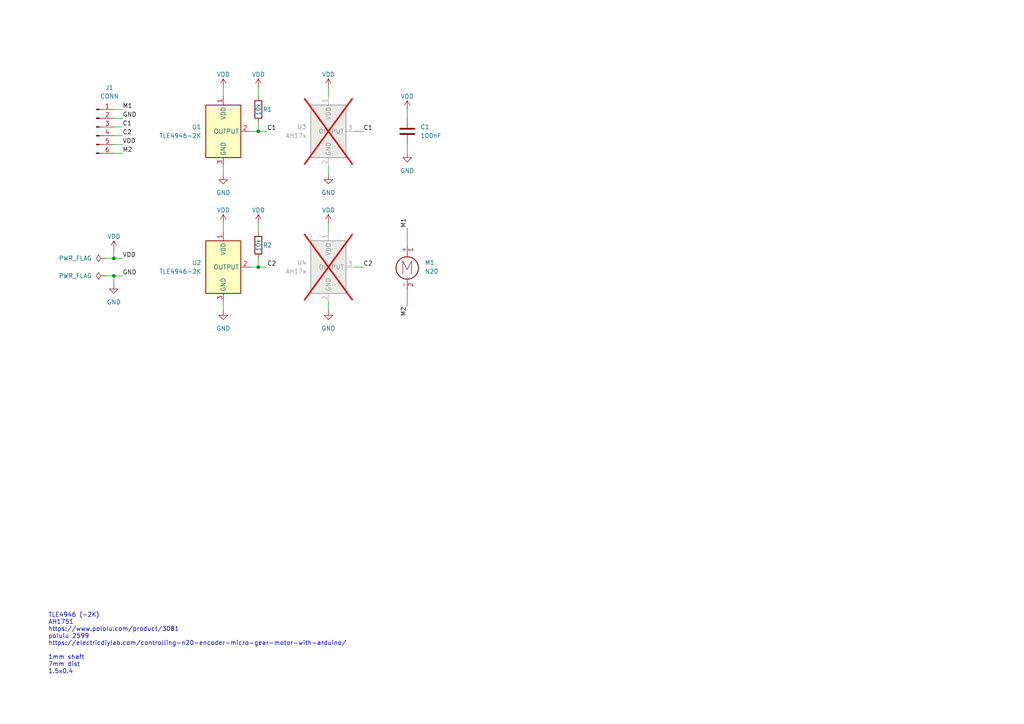
<source format=kicad_sch>
(kicad_sch (version 20230121) (generator eeschema)
  (paper "A4")
  (lib_symbols
    (symbol "Connector:Conn_01x06_Pin" (pin_names (offset 1.016) hide)
      (property "Reference" "J" (at 0 7.62 0))
      (property "Value" "Conn_01x06_Pin" (at 0 -10.16 0))
      (symbol "Conn_01x06_Pin_1_1"
        (polyline (pts (xy 1.27 -7.62) (xy 0.8636 -7.62)) (stroke (width 0.1524)))
        (polyline (pts (xy 1.27 -5.08) (xy 0.8636 -5.08)) (stroke (width 0.1524)))
        (polyline (pts (xy 1.27 -2.54) (xy 0.8636 -2.54)) (stroke (width 0.1524)))
        (polyline (pts (xy 1.27 0) (xy 0.8636 0)) (stroke (width 0.1524)))
        (polyline (pts (xy 1.27 2.54) (xy 0.8636 2.54)) (stroke (width 0.1524)))
        (polyline (pts (xy 1.27 5.08) (xy 0.8636 5.08)) (stroke (width 0.1524)))
        (rectangle (start 0.8636 -7.493) (end 0 -7.747) (stroke (width 0.1524)) (fill (type outline)))
        (rectangle (start 0.8636 -4.953) (end 0 -5.207) (stroke (width 0.1524)) (fill (type outline)))
        (rectangle (start 0.8636 -2.413) (end 0 -2.667) (stroke (width 0.1524)) (fill (type outline)))
        (rectangle (start 0.8636 0.127) (end 0 -0.127) (stroke (width 0.1524)) (fill (type outline)))
        (rectangle (start 0.8636 2.667) (end 0 2.413) (stroke (width 0.1524)) (fill (type outline)))
        (rectangle (start 0.8636 5.207) (end 0 4.953) (stroke (width 0.1524)) (fill (type outline)))
        (pin passive line (at 5.08 5.08 180) (length 3.81) (name "Pin_1") (number "1"))
        (pin passive line (at 5.08 2.54 180) (length 3.81) (name "Pin_2") (number "2"))
        (pin passive line (at 5.08 0 180) (length 3.81) (name "Pin_3") (number "3"))
        (pin passive line (at 5.08 -2.54 180) (length 3.81) (name "Pin_4") (number "4"))
        (pin passive line (at 5.08 -5.08 180) (length 3.81) (name "Pin_5") (number "5"))
        (pin passive line (at 5.08 -7.62 180) (length 3.81) (name "Pin_6") (number "6"))
      )
    )
    (symbol "Device:C" (pin_numbers hide) (pin_names (offset 0.254))
      (property "Reference" "C" (at 0.635 2.54 0))
      (property "Value" "C" (at 0.635 -2.54 0))
      (symbol "C_0_1"
        (polyline (pts (xy -2.032 -0.762) (xy 2.032 -0.762)) (stroke (width 0.508)))
        (polyline (pts (xy -2.032 0.762) (xy 2.032 0.762)) (stroke (width 0.508)))
      )
      (symbol "C_1_1"
        (pin passive line (at 0 3.81 270) (length 2.794) (name "~") (number "1"))
        (pin passive line (at 0 -3.81 90) (length 2.794) (name "~") (number "2"))
      )
    )
    (symbol "Device:R" (pin_numbers hide) (pin_names (offset 0))
      (property "Reference" "R" (at 2.032 0 90))
      (property "Value" "R" (at 0 0 90))
      (symbol "R_0_1"
        (rectangle (start -1.016 -2.54) (end 1.016 2.54) (stroke (width 0.254)))
      )
      (symbol "R_1_1"
        (pin passive line (at 0 3.81 270) (length 1.27) (name "~") (number "1"))
        (pin passive line (at 0 -3.81 90) (length 1.27) (name "~") (number "2"))
      )
    )
    (symbol "Motor:Motor_DC" (pin_names (offset 0))
      (property "Reference" "M" (at 2.54 2.54 0))
      (property "Value" "Motor_DC" (at 2.54 -5.08 0))
      (symbol "Motor_DC_0_0"
        (polyline (pts (xy -1.27 -3.302) (xy -1.27 0.508) (xy 0 -2.032) (xy 1.27 0.508) (xy 1.27 -3.302)))
      )
      (symbol "Motor_DC_0_1"
        (circle (center 0 -1.524) (radius 3.2512) (stroke (width 0.254)))
        (polyline (pts (xy 0 -7.62) (xy 0 -7.112)))
        (polyline (pts (xy 0 -4.7752) (xy 0 -5.1816)))
        (polyline (pts (xy 0 1.7272) (xy 0 2.0828)))
        (polyline (pts (xy 0 2.032) (xy 0 2.54)))
      )
      (symbol "Motor_DC_1_1"
        (pin passive line (at 0 5.08 270) (length 2.54) (name "+") (number "1"))
        (pin passive line (at 0 -7.62 90) (length 2.54) (name "-") (number "2"))
      )
    )
    (symbol "Sensor_Magnetic:AH1806-P"
      (property "Reference" "U" (at -5.08 8.89 0))
      (property "Value" "AH1806-P" (at 7.62 8.89 0))
      (symbol "AH1806-P_0_1"
        (rectangle (start 5.08 7.62) (end -5.08 -7.62) (stroke (width 0.254)) (fill (type background)))
      )
      (symbol "AH1806-P_1_1"
        (pin power_in line (at 0 10.16 270) (length 2.54) (name "VDD") (number "1"))
        (pin power_in line (at 0 -10.16 90) (length 2.54) (name "GND") (number "2"))
        (pin open_collector line (at 7.62 0 180) (length 2.54) (name "OUTPUT") (number "3"))
      )
    )
    (symbol "Sensor_Magnetic:AH1806-W"
      (property "Reference" "U" (at -5.08 8.89 0))
      (property "Value" "AH1806-W" (at 7.62 8.89 0))
      (symbol "AH1806-W_0_1"
        (rectangle (start 5.08 7.62) (end -5.08 -7.62) (stroke (width 0.254)) (fill (type background)))
      )
      (symbol "AH1806-W_1_1"
        (pin power_in line (at 0 10.16 270) (length 2.54) (name "VDD") (number "1"))
        (pin open_collector line (at 7.62 0 180) (length 2.54) (name "OUTPUT") (number "2"))
        (pin power_in line (at 0 -10.16 90) (length 2.54) (name "GND") (number "3"))
      )
    )
    (symbol "power:GND" (power) (pin_names (offset 0))
      (property "Value" "GND" (at 0 -3.81 0))
      (symbol "GND_0_1"
        (polyline (pts (xy 0 0) (xy 0 -1.27) (xy 1.27 -1.27) (xy 0 -2.54) (xy -1.27 -1.27) (xy 0 -1.27)))
      )
      (symbol "GND_1_1"
        (pin power_in line (at 0 0 270) (length 0) hide (name "GND") (number "1"))
      )
    )
    (symbol "power:PWR_FLAG" (power) (pin_numbers hide) (pin_names (offset 0) hide)
      (property "Value" "PWR_FLAG" (at 0 3.81 0))
      (symbol "PWR_FLAG_0_0"
        (pin power_out line (at 0 0 90) (length 0) (name "pwr") (number "1"))
      )
      (symbol "PWR_FLAG_0_1"
        (polyline (pts (xy 0 0) (xy 0 1.27) (xy -1.016 1.905) (xy 0 2.54) (xy 1.016 1.905) (xy 0 1.27)))
      )
    )
    (symbol "power:VDD" (power) (pin_names (offset 0))
      (property "Value" "VDD" (at 0 3.81 0))
      (symbol "VDD_0_1"
        (polyline (pts (xy -0.762 1.27) (xy 0 2.54)))
        (polyline (pts (xy 0 0) (xy 0 2.54)))
        (polyline (pts (xy 0 2.54) (xy 0.762 1.27)))
      )
      (symbol "VDD_1_1"
        (pin power_in line (at 0 0 90) (length 0) hide (name "VDD") (number "1"))
      )
    )
  )
  (junction (at 33.02 80.01))
  (junction (at 74.93 77.47))
  (junction (at 33.02 74.93))
  (junction (at 74.93 38.1))
  (wire (pts (xy 33.02 82.55) (xy 33.02 80.01)))
  (wire (pts (xy 35.56 74.93) (xy 33.02 74.93)))
  (wire (pts (xy 118.11 83.82) (xy 118.11 88.9)))
  (wire (pts (xy 95.25 25.4) (xy 95.25 27.94)))
  (wire (pts (xy 64.77 87.63) (xy 64.77 90.17)))
  (wire (pts (xy 74.93 64.77) (xy 74.93 67.31)))
  (wire (pts (xy 95.25 48.26) (xy 95.25 50.8)))
  (wire (pts (xy 72.39 77.47) (xy 74.93 77.47)))
  (wire (pts (xy 64.77 48.26) (xy 64.77 50.8)))
  (wire (pts (xy 33.02 34.29) (xy 35.56 34.29)))
  (wire (pts (xy 118.11 31.75) (xy 118.11 34.29)))
  (wire (pts (xy 118.11 66.04) (xy 118.11 71.12)))
  (wire (pts (xy 74.93 38.1) (xy 74.93 35.56)))
  (wire (pts (xy 102.87 38.1) (xy 105.41 38.1)))
  (wire (pts (xy 64.77 64.77) (xy 64.77 67.31)))
  (wire (pts (xy 95.25 87.63) (xy 95.25 90.17)))
  (wire (pts (xy 33.02 36.83) (xy 35.56 36.83)))
  (wire (pts (xy 33.02 44.45) (xy 35.56 44.45)))
  (wire (pts (xy 33.02 74.93) (xy 30.48 74.93)))
  (wire (pts (xy 72.39 38.1) (xy 74.93 38.1)))
  (wire (pts (xy 102.87 77.47) (xy 105.41 77.47)))
  (wire (pts (xy 30.48 80.01) (xy 33.02 80.01)))
  (wire (pts (xy 95.25 64.77) (xy 95.25 67.31)))
  (wire (pts (xy 74.93 77.47) (xy 74.93 74.93)))
  (wire (pts (xy 33.02 41.91) (xy 35.56 41.91)))
  (wire (pts (xy 33.02 39.37) (xy 35.56 39.37)))
  (wire (pts (xy 33.02 72.39) (xy 33.02 74.93)))
  (wire (pts (xy 118.11 41.91) (xy 118.11 44.45)))
  (wire (pts (xy 33.02 80.01) (xy 35.56 80.01)))
  (wire (pts (xy 33.02 31.75) (xy 35.56 31.75)))
  (wire (pts (xy 64.77 25.4) (xy 64.77 27.94)))
  (wire (pts (xy 74.93 38.1) (xy 77.47 38.1)))
  (wire (pts (xy 74.93 25.4) (xy 74.93 27.94)))
  (wire (pts (xy 74.93 77.47) (xy 77.47 77.47)))
  (text "TLE4946 (-2K)\nAH1751\nhttps://www.pololu.com/product/3081\npolulu 2599\nhttps://electricdiylab.com/controlling-n20-encoder-micro-gear-motor-with-arduino/\n\n1mm shaft\n7mm dist\n1.5x0.4" (at 13.97 195.58 0) (effects (font (size 1.27 1.27)) (justify left bottom)))
  (label "M2" (at 118.11 88.9 270))
  (label "VDD" (at 35.56 74.93 0))
  (label "C1" (at 77.47 38.1 0))
  (label "M1" (at 118.11 66.04 90))
  (label "C2" (at 35.56 39.37 0))
  (label "C2" (at 105.41 77.47 0))
  (label "C2" (at 77.47 77.47 0))
  (label "M2" (at 35.56 44.45 0))
  (label "C1" (at 105.41 38.1 0))
  (label "M1" (at 35.56 31.75 0))
  (label "GND" (at 35.56 34.29 0))
  (label "GND" (at 35.56 80.01 0))
  (label "C1" (at 35.56 36.83 0))
  (label "VDD" (at 35.56 41.91 0))
  (symbol (lib_id "power:VDD") (at 74.93 25.4 0) (unit 1)
    (property "Reference" "#PWR07" (effects hide))
    (property "Value" "VDD" (at 74.93 21.59 0))
  )
  (symbol (lib_id "Sensor_Magnetic:AH1806-P") (at 95.25 38.1 0) (unit 1) (dnp yes)
    (property "Reference" "U3" (at 88.9 36.83 0) (effects (justify right)))
    (property "Value" "AH17x" (at 88.9 39.37 0) (effects (justify right)))
    (property "Footprint" "n20-encoder:SIP-3_4.1x1.5mm_P1.27mm" (effects hide))
    (property "Datasheet" "https://www.diodes.com/assets/Datasheets/AH1806.pdf" (effects hide))
  )
  (symbol (lib_id "Device:R") (at 74.93 71.12 0) (unit 1)
    (property "Reference" "R2" (at 76.2 71.12 0) (effects (justify left)))
    (property "Value" "10k" (at 74.93 71.12 90))
    (property "Footprint" "Resistor_SMD:R_0603_1608Metric" (effects hide))
  )
  (symbol (lib_id "power:GND") (at 95.25 50.8 0) (unit 1)
    (property "Reference" "#PWR010" (effects hide))
    (property "Value" "GND" (at 95.25 55.88 0))
  )
  (symbol (lib_id "Sensor_Magnetic:AH1806-P") (at 95.25 77.47 0) (unit 1) (dnp yes)
    (property "Reference" "U4" (at 88.9 76.2 0) (effects (justify right)))
    (property "Value" "AH17x" (at 88.9 78.74 0) (effects (justify right)))
    (property "Footprint" "n20-encoder:SIP-3_4.1x1.5mm_P1.27mm" (effects hide))
    (property "Datasheet" "https://www.diodes.com/assets/Datasheets/AH1806.pdf" (effects hide))
  )
  (symbol (lib_id "power:GND") (at 64.77 90.17 0) (unit 1)
    (property "Reference" "#PWR06" (effects hide))
    (property "Value" "GND" (at 64.77 95.25 0))
  )
  (symbol (lib_id "power:VDD") (at 95.25 25.4 0) (unit 1)
    (property "Reference" "#PWR09" (effects hide))
    (property "Value" "VDD" (at 95.25 21.59 0))
  )
  (symbol (lib_id "power:VDD") (at 74.93 64.77 0) (unit 1)
    (property "Reference" "#PWR08" (effects hide))
    (property "Value" "VDD" (at 74.93 60.96 0))
  )
  (symbol (lib_id "power:VDD") (at 64.77 64.77 0) (unit 1)
    (property "Reference" "#PWR05" (effects hide))
    (property "Value" "VDD" (at 64.77 60.96 0))
  )
  (symbol (lib_id "Device:C") (at 118.11 38.1 0) (unit 1)
    (property "Reference" "C1" (at 121.92 36.83 0) (effects (justify left)))
    (property "Value" "100nF" (at 121.92 39.37 0) (effects (justify left)))
    (property "Footprint" "Capacitor_SMD:C_0603_1608Metric" (effects hide))
  )
  (symbol (lib_id "power:VDD") (at 118.11 31.75 0) (unit 1)
    (property "Reference" "#PWR013" (effects hide))
    (property "Value" "VDD" (at 118.11 27.94 0))
  )
  (symbol (lib_id "power:GND") (at 95.25 90.17 0) (unit 1)
    (property "Reference" "#PWR012" (effects hide))
    (property "Value" "GND" (at 95.25 95.25 0))
  )
  (symbol (lib_id "power:GND") (at 64.77 50.8 0) (unit 1)
    (property "Reference" "#PWR04" (effects hide))
    (property "Value" "GND" (at 64.77 55.88 0))
  )
  (symbol (lib_id "power:PWR_FLAG") (at 30.48 80.01 90) (mirror x) (unit 1)
    (property "Reference" "#FLG02" (effects hide))
    (property "Value" "PWR_FLAG" (at 26.67 80.01 90) (effects (justify left)))
  )
  (symbol (lib_id "power:GND") (at 118.11 44.45 0) (unit 1)
    (property "Reference" "#PWR014" (effects hide))
    (property "Value" "GND" (at 118.11 49.53 0))
  )
  (symbol (lib_id "Motor:Motor_DC") (at 118.11 76.2 0) (unit 1)
    (property "Reference" "M1" (at 123.19 76.2 0) (effects (justify left)))
    (property "Value" "N20" (at 123.19 78.74 0) (effects (justify left)))
    (property "Footprint" "n20-encoder:CHF-GW12T-N20VA" (effects hide))
  )
  (symbol (lib_id "power:VDD") (at 64.77 25.4 0) (unit 1)
    (property "Reference" "#PWR03" (effects hide))
    (property "Value" "VDD" (at 64.77 21.59 0))
  )
  (symbol (lib_id "Device:R") (at 74.93 31.75 0) (unit 1)
    (property "Reference" "R1" (at 76.2 31.75 0) (effects (justify left)))
    (property "Value" "10k" (at 74.93 31.75 90))
    (property "Footprint" "Resistor_SMD:R_0603_1608Metric" (effects hide))
  )
  (symbol (lib_id "power:PWR_FLAG") (at 30.48 74.93 90) (mirror x) (unit 1)
    (property "Reference" "#FLG01" (effects hide))
    (property "Value" "PWR_FLAG" (at 26.67 74.93 90) (effects (justify left)))
  )
  (symbol (lib_id "power:GND") (at 33.02 82.55 0) (mirror y) (unit 1)
    (property "Reference" "#PWR02" (effects hide))
    (property "Value" "GND" (at 33.02 87.63 0))
  )
  (symbol (lib_id "Sensor_Magnetic:AH1806-W") (at 64.77 77.47 0) (unit 1)
    (property "Reference" "U2" (at 58.42 76.2 0) (effects (justify right)))
    (property "Value" "TLE4946-2K" (at 58.42 78.74 0) (effects (justify right)))
    (property "Footprint" "Package_TO_SOT_SMD:SC-59" (effects hide))
    (property "Datasheet" "https://www.diodes.com/assets/Datasheets/AH1806.pdf" (effects hide))
  )
  (symbol (lib_id "power:VDD") (at 33.02 72.39 0) (mirror y) (unit 1)
    (property "Reference" "#PWR01" (effects hide))
    (property "Value" "VDD" (at 33.02 68.58 0))
  )
  (symbol (lib_id "Connector:Conn_01x06_Pin") (at 27.94 36.83 0) (unit 1)
    (property "Reference" "J1" (at 31.75 25.4 0))
    (property "Value" "CONN" (at 31.75 27.94 0))
    (property "Footprint" "n20-encoder:JST_ZH_B6B-ZR-A_1x06_P1.50mm_Vertical" (effects hide))
  )
  (symbol (lib_id "Sensor_Magnetic:AH1806-W") (at 64.77 38.1 0) (unit 1)
    (property "Reference" "U1" (at 58.42 36.83 0) (effects (justify right)))
    (property "Value" "TLE4946-2K" (at 58.42 39.37 0) (effects (justify right)))
    (property "Footprint" "Package_TO_SOT_SMD:SC-59" (effects hide))
    (property "Datasheet" "https://www.diodes.com/assets/Datasheets/AH1806.pdf" (effects hide))
  )
  (symbol (lib_id "power:VDD") (at 95.25 64.77 0) (unit 1)
    (property "Reference" "#PWR011" (effects hide))
    (property "Value" "VDD" (at 95.25 60.96 0))
  )
)
</source>
